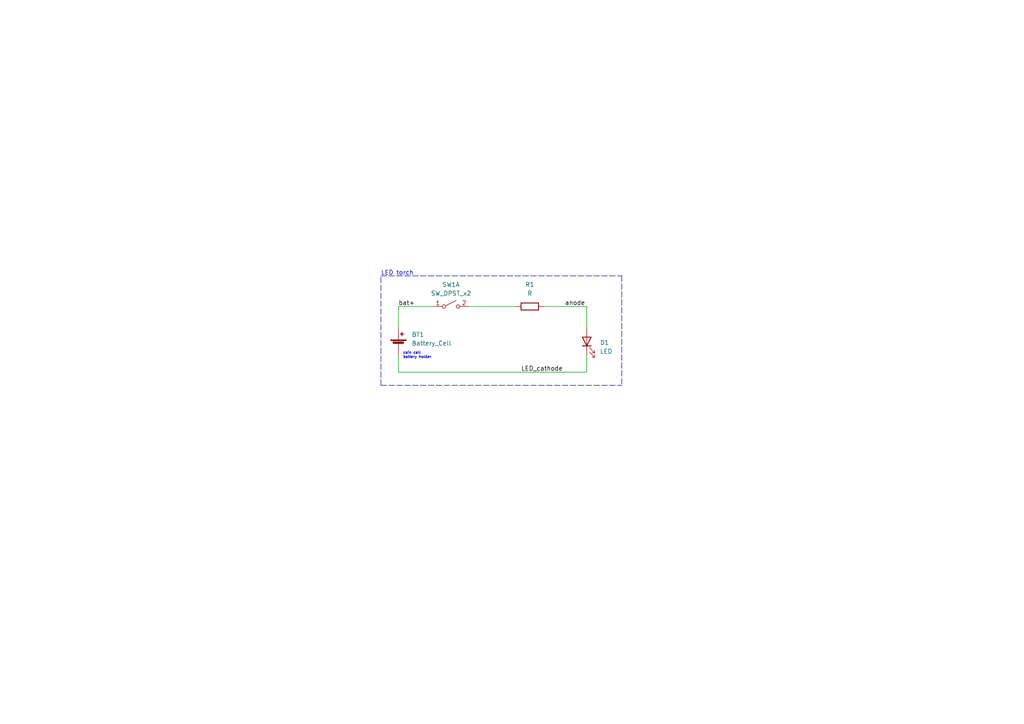
<source format=kicad_sch>
(kicad_sch (version 20211123) (generator eeschema)
  (paper "A4")
  (title_block (title "simple LED") (date "2022-06-26") (comment 1 "Project 1 KiCAD 6") (comment 2 "Author: Bruno CC"))
  (lib_symbols
    (symbol "Device:Battery_Cell" (pin_numbers hide) (pin_names (offset 0) hide)
      (property "Reference" "BT" (at 2.54 2.54 0))
      (property "Value" "Battery_Cell" (at 2.54 0 0))
      (symbol "Battery_Cell_0_1"
        (rectangle (start -2.286 1.778) (end 2.286 1.524) (fill (type outline)))
        (rectangle (start -1.5748 1.1938) (end 1.4732 0.6858) (fill (type outline)))
        (polyline (pts (xy 0 0.762) (xy 0 0)))
        (polyline (pts (xy 0 1.778) (xy 0 2.54)))
        (polyline (pts (xy 0.508 3.429) (xy 1.524 3.429)) (stroke (width 0.254)))
        (polyline (pts (xy 1.016 3.937) (xy 1.016 2.921)) (stroke (width 0.254)))
      )
      (symbol "Battery_Cell_1_1"
        (pin passive line (at 0 5.08 270) (length 2.54) (name "+") (number "1"))
        (pin passive line (at 0 -2.54 90) (length 2.54) (name "-") (number "2"))
      )
    )
    (symbol "Device:LED" (pin_numbers hide) (pin_names (offset 1.016) hide)
      (property "Reference" "D" (at 0 2.54 0))
      (property "Value" "LED" (at 0 -2.54 0))
      (symbol "LED_0_1"
        (polyline (pts (xy -1.27 -1.27) (xy -1.27 1.27)) (stroke (width 0.254)))
        (polyline (pts (xy -1.27 0) (xy 1.27 0)))
        (polyline (pts (xy 1.27 -1.27) (xy 1.27 1.27) (xy -1.27 0) (xy 1.27 -1.27)) (stroke (width 0.254)))
        (polyline (pts (xy -3.048 -0.762) (xy -4.572 -2.286) (xy -3.81 -2.286) (xy -4.572 -2.286) (xy -4.572 -1.524)))
        (polyline (pts (xy -1.778 -0.762) (xy -3.302 -2.286) (xy -2.54 -2.286) (xy -3.302 -2.286) (xy -3.302 -1.524)))
      )
      (symbol "LED_1_1"
        (pin passive line (at -3.81 0 0) (length 2.54) (name "K") (number "1"))
        (pin passive line (at 3.81 0 180) (length 2.54) (name "A") (number "2"))
      )
    )
    (symbol "Device:R" (pin_numbers hide) (pin_names (offset 0))
      (property "Reference" "R" (at 2.032 0 90))
      (property "Value" "R" (at 0 0 90))
      (symbol "R_0_1"
        (rectangle (start -1.016 -2.54) (end 1.016 2.54) (stroke (width 0.254)))
      )
      (symbol "R_1_1"
        (pin passive line (at 0 3.81 270) (length 1.27) (name "~") (number "1"))
        (pin passive line (at 0 -3.81 90) (length 1.27) (name "~") (number "2"))
      )
    )
    (symbol "Switch:SW_DPST_x2" (pin_names (offset 0) hide)
      (property "Reference" "SW" (at 0 3.175 0))
      (property "Value" "SW_DPST_x2" (at 0 -2.54 0))
      (symbol "SW_DPST_x2_0_0"
        (circle (center -2.032 0) (radius 0.508))
        (polyline (pts (xy -1.524 0.254) (xy 1.524 1.778)))
        (circle (center 2.032 0) (radius 0.508))
      )
      (symbol "SW_DPST_x2_1_1"
        (pin passive line (at -5.08 0 0) (length 2.54) (name "A") (number "1"))
        (pin passive line (at 5.08 0 180) (length 2.54) (name "B") (number "2"))
      )
      (symbol "SW_DPST_x2_2_1"
        (pin passive line (at -5.08 0 0) (length 2.54) (name "A") (number "3"))
        (pin passive line (at 5.08 0 180) (length 2.54) (name "B") (number "4"))
      )
    )
  )
  (wire (pts (xy 170.18 102.87) (xy 170.18 107.95)))
  (wire (pts (xy 115.57 95.25) (xy 115.57 88.9)))
  (polyline (pts (xy 110.49 80.01) (xy 180.34 80.01)))
  (polyline (pts (xy 110.49 111.76) (xy 110.49 80.01)))
  (wire (pts (xy 115.57 107.95) (xy 170.18 107.95)))
  (wire (pts (xy 170.18 88.9) (xy 170.18 95.25)))
  (polyline (pts (xy 180.34 80.01) (xy 180.34 111.76)))
  (wire (pts (xy 115.57 107.95) (xy 115.57 102.87)))
  (wire (pts (xy 157.48 88.9) (xy 170.18 88.9)))
  (wire (pts (xy 115.57 88.9) (xy 125.73 88.9)))
  (wire (pts (xy 135.89 88.9) (xy 149.86 88.9)))
  (polyline (pts (xy 110.49 111.76) (xy 180.34 111.76)))
  (text "coin cell \nbattery holder" (at 116.84 104.14 0) (effects (font (size 0.762 0.762)) (justify left bottom)))
  (text "LED torch" (at 110.49 80.01 0) (effects (font (size 1.27 1.27)) (justify left bottom)))
  (label "bat+" (at 115.57 88.9 0))
  (label "LED_cathode" (at 151.13 107.95 0))
  (label "anode" (at 163.83 88.9 0))
  (symbol (lib_id "Device:LED") (at 170.18 99.06 90) (unit 1)
    (property "Reference" "D1" (at 173.99 99.3774 90) (effects (justify right)))
    (property "Value" "LED" (at 173.99 101.9174 90) (effects (justify right)))
    (property "Footprint" "LED_THT:LED_D5.0mm" (effects hide))
  )
  (symbol (lib_id "Device:Battery_Cell") (at 115.57 100.33 0) (unit 1)
    (property "Reference" "BT1" (at 119.38 97.0279 0) (effects (justify left)))
    (property "Value" "Battery_Cell" (at 119.38 99.5679 0) (effects (justify left)))
    (property "Footprint" "Battery:BatteryHolder_Keystone_1058_1x2032" (effects hide))
  )
  (symbol (lib_id "Device:R") (at 153.67 88.9 90) (unit 1)
    (property "Reference" "R1" (at 153.67 82.55 90))
    (property "Value" "R" (at 153.67 85.09 90))
    (property "Footprint" "Resistor_THT:R_Axial_DIN0204_L3.6mm_D1.6mm_P7.62mm_Horizontal" (effects hide))
  )
  (symbol (lib_id "Switch:SW_DPST_x2") (at 130.81 88.9 0) (unit 1)
    (property "Reference" "SW1" (at 130.81 82.55 0))
    (property "Value" "SW_DPST_x2" (at 130.81 85.09 0))
    (property "Footprint" "Button_Switch_THT:SW_TH_Tactile_Omron_B3F-10xx" (effects hide))
  )
)
</source>
